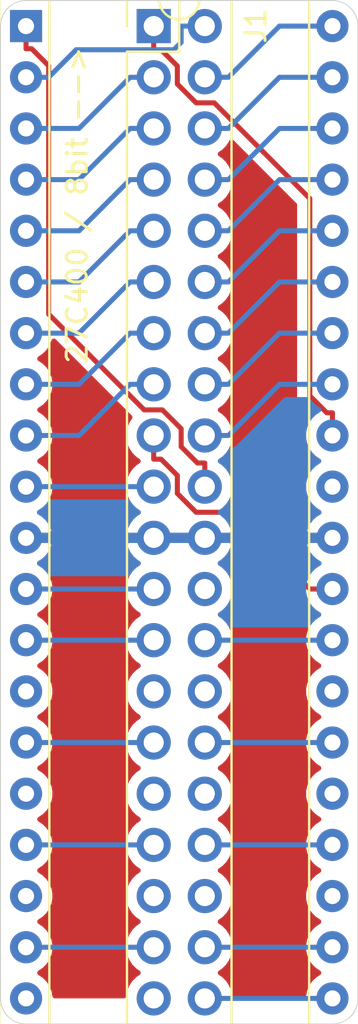
<source format=kicad_pcb>
(kicad_pcb (version 20171130) (host pcbnew 5.1.8-1.fc33)

  (general
    (thickness 1.6)
    (drawings 8)
    (tracks 95)
    (zones 0)
    (modules 2)
    (nets 32)
  )

  (page A4)
  (layers
    (0 F.Cu signal hide)
    (31 B.Cu signal hide)
    (32 B.Adhes user)
    (33 F.Adhes user)
    (34 B.Paste user)
    (35 F.Paste user)
    (36 B.SilkS user)
    (37 F.SilkS user)
    (38 B.Mask user)
    (39 F.Mask user)
    (40 Dwgs.User user)
    (41 Cmts.User user)
    (42 Eco1.User user)
    (43 Eco2.User user)
    (44 Edge.Cuts user)
    (45 Margin user)
    (46 B.CrtYd user)
    (47 F.CrtYd user)
    (48 B.Fab user)
    (49 F.Fab user)
  )

  (setup
    (last_trace_width 0.25)
    (trace_clearance 0.2)
    (zone_clearance 0.508)
    (zone_45_only no)
    (trace_min 0.2)
    (via_size 0.8)
    (via_drill 0.4)
    (via_min_size 0.4)
    (via_min_drill 0.3)
    (uvia_size 0.3)
    (uvia_drill 0.1)
    (uvias_allowed no)
    (uvia_min_size 0.2)
    (uvia_min_drill 0.1)
    (edge_width 0.05)
    (segment_width 0.2)
    (pcb_text_width 0.3)
    (pcb_text_size 1.5 1.5)
    (mod_edge_width 0.12)
    (mod_text_size 1 1)
    (mod_text_width 0.15)
    (pad_size 1.524 1.524)
    (pad_drill 0.762)
    (pad_to_mask_clearance 0)
    (aux_axis_origin 0 0)
    (visible_elements FFFFFF7F)
    (pcbplotparams
      (layerselection 0x010fc_ffffffff)
      (usegerberextensions false)
      (usegerberattributes true)
      (usegerberadvancedattributes true)
      (creategerberjobfile true)
      (excludeedgelayer true)
      (linewidth 0.100000)
      (plotframeref false)
      (viasonmask false)
      (mode 1)
      (useauxorigin false)
      (hpglpennumber 1)
      (hpglpenspeed 20)
      (hpglpendiameter 15.000000)
      (psnegative false)
      (psa4output false)
      (plotreference true)
      (plotvalue true)
      (plotinvisibletext false)
      (padsonsilk false)
      (subtractmaskfromsilk false)
      (outputformat 1)
      (mirror false)
      (drillshape 1)
      (scaleselection 1)
      (outputdirectory ""))
  )

  (net 0 "")
  (net 1 /D3)
  (net 2 GND)
  (net 3 /D4)
  (net 4 /D2)
  (net 5 /D5)
  (net 6 /D1)
  (net 7 /D6)
  (net 8 /D0)
  (net 9 /D7)
  (net 10 /A0)
  (net 11 /~CE)
  (net 12 /A1)
  (net 13 /A10)
  (net 14 /A2)
  (net 15 /~OE)
  (net 16 /A3)
  (net 17 /A11)
  (net 18 /A4)
  (net 19 /A9)
  (net 20 /A5)
  (net 21 /A8)
  (net 22 /A6)
  (net 23 /A13)
  (net 24 /A7)
  (net 25 /A14)
  (net 26 /A12)
  (net 27 /A15)
  (net 28 /EXT_VCC)
  (net 29 /A16)
  (net 30 /A17)
  (net 31 /A18)

  (net_class Default "This is the default net class."
    (clearance 0.2)
    (trace_width 0.25)
    (via_dia 0.8)
    (via_drill 0.4)
    (uvia_dia 0.3)
    (uvia_drill 0.1)
    (add_net /A0)
    (add_net /A1)
    (add_net /A10)
    (add_net /A11)
    (add_net /A12)
    (add_net /A13)
    (add_net /A14)
    (add_net /A15)
    (add_net /A16)
    (add_net /A17)
    (add_net /A18)
    (add_net /A2)
    (add_net /A3)
    (add_net /A4)
    (add_net /A5)
    (add_net /A6)
    (add_net /A7)
    (add_net /A8)
    (add_net /A9)
    (add_net /D0)
    (add_net /D1)
    (add_net /D2)
    (add_net /D3)
    (add_net /D4)
    (add_net /D5)
    (add_net /D6)
    (add_net /D7)
    (add_net /EXT_VCC)
    (add_net /~CE)
    (add_net /~OE)
  )

  (net_class POWER ""
    (clearance 0.2)
    (trace_width 0.45)
    (via_dia 0.8)
    (via_drill 0.4)
    (uvia_dia 0.3)
    (uvia_drill 0.1)
    (add_net GND)
  )

  (module Package_DIP:DIP-40_W15.24mm_Socket (layer F.Cu) (tedit 5A02E8C5) (tstamp 5FB94C7B)
    (at 142.24 69.85)
    (descr "40-lead though-hole mounted DIP package, row spacing 15.24 mm (600 mils), Socket")
    (tags "THT DIP DIL PDIP 2.54mm 15.24mm 600mil Socket")
    (path /5FB99B61)
    (fp_text reference "27C400 / 8bit -->" (at 2.54 8.89 90) (layer F.SilkS)
      (effects (font (size 1 1) (thickness 0.15)))
    )
    (fp_text value 27C400 (at 7.62 50.59) (layer F.Fab)
      (effects (font (size 1 1) (thickness 0.15)))
    )
    (fp_line (start 16.8 -1.6) (end -1.55 -1.6) (layer F.CrtYd) (width 0.05))
    (fp_line (start 16.8 49.85) (end 16.8 -1.6) (layer F.CrtYd) (width 0.05))
    (fp_line (start -1.55 49.85) (end 16.8 49.85) (layer F.CrtYd) (width 0.05))
    (fp_line (start -1.55 -1.6) (end -1.55 49.85) (layer F.CrtYd) (width 0.05))
    (fp_line (start 16.57 -1.39) (end -1.33 -1.39) (layer F.SilkS) (width 0.12))
    (fp_line (start 16.57 49.65) (end 16.57 -1.39) (layer F.SilkS) (width 0.12))
    (fp_line (start -1.33 49.65) (end 16.57 49.65) (layer F.SilkS) (width 0.12))
    (fp_line (start -1.33 -1.39) (end -1.33 49.65) (layer F.SilkS) (width 0.12))
    (fp_line (start 14.08 -1.33) (end 8.62 -1.33) (layer F.SilkS) (width 0.12))
    (fp_line (start 14.08 49.59) (end 14.08 -1.33) (layer F.SilkS) (width 0.12))
    (fp_line (start 1.16 49.59) (end 14.08 49.59) (layer F.SilkS) (width 0.12))
    (fp_line (start 1.16 -1.33) (end 1.16 49.59) (layer F.SilkS) (width 0.12))
    (fp_line (start 6.62 -1.33) (end 1.16 -1.33) (layer F.SilkS) (width 0.12))
    (fp_line (start 16.51 -1.33) (end -1.27 -1.33) (layer F.Fab) (width 0.1))
    (fp_line (start 16.51 49.59) (end 16.51 -1.33) (layer F.Fab) (width 0.1))
    (fp_line (start -1.27 49.59) (end 16.51 49.59) (layer F.Fab) (width 0.1))
    (fp_line (start -1.27 -1.33) (end -1.27 49.59) (layer F.Fab) (width 0.1))
    (fp_line (start 0.255 -0.27) (end 1.255 -1.27) (layer F.Fab) (width 0.1))
    (fp_line (start 0.255 49.53) (end 0.255 -0.27) (layer F.Fab) (width 0.1))
    (fp_line (start 14.985 49.53) (end 0.255 49.53) (layer F.Fab) (width 0.1))
    (fp_line (start 14.985 -1.27) (end 14.985 49.53) (layer F.Fab) (width 0.1))
    (fp_line (start 1.255 -1.27) (end 14.985 -1.27) (layer F.Fab) (width 0.1))
    (fp_text user %R (at 7.62 24.13) (layer F.Fab)
      (effects (font (size 1 1) (thickness 0.15)))
    )
    (fp_arc (start 7.62 -1.33) (end 6.62 -1.33) (angle -180) (layer F.SilkS) (width 0.12))
    (pad 40 thru_hole oval (at 15.24 0) (size 1.6 1.6) (drill 0.8) (layers *.Cu *.Mask)
      (net 19 /A9))
    (pad 20 thru_hole oval (at 0 48.26) (size 1.6 1.6) (drill 0.8) (layers *.Cu *.Mask))
    (pad 39 thru_hole oval (at 15.24 2.54) (size 1.6 1.6) (drill 0.8) (layers *.Cu *.Mask)
      (net 13 /A10))
    (pad 19 thru_hole oval (at 0 45.72) (size 1.6 1.6) (drill 0.8) (layers *.Cu *.Mask)
      (net 1 /D3))
    (pad 38 thru_hole oval (at 15.24 5.08) (size 1.6 1.6) (drill 0.8) (layers *.Cu *.Mask)
      (net 17 /A11))
    (pad 18 thru_hole oval (at 0 43.18) (size 1.6 1.6) (drill 0.8) (layers *.Cu *.Mask))
    (pad 37 thru_hole oval (at 15.24 7.62) (size 1.6 1.6) (drill 0.8) (layers *.Cu *.Mask)
      (net 26 /A12))
    (pad 17 thru_hole oval (at 0 40.64) (size 1.6 1.6) (drill 0.8) (layers *.Cu *.Mask)
      (net 4 /D2))
    (pad 36 thru_hole oval (at 15.24 10.16) (size 1.6 1.6) (drill 0.8) (layers *.Cu *.Mask)
      (net 23 /A13))
    (pad 16 thru_hole oval (at 0 38.1) (size 1.6 1.6) (drill 0.8) (layers *.Cu *.Mask))
    (pad 35 thru_hole oval (at 15.24 12.7) (size 1.6 1.6) (drill 0.8) (layers *.Cu *.Mask)
      (net 25 /A14))
    (pad 15 thru_hole oval (at 0 35.56) (size 1.6 1.6) (drill 0.8) (layers *.Cu *.Mask)
      (net 6 /D1))
    (pad 34 thru_hole oval (at 15.24 15.24) (size 1.6 1.6) (drill 0.8) (layers *.Cu *.Mask)
      (net 27 /A15))
    (pad 14 thru_hole oval (at 0 33.02) (size 1.6 1.6) (drill 0.8) (layers *.Cu *.Mask))
    (pad 33 thru_hole oval (at 15.24 17.78) (size 1.6 1.6) (drill 0.8) (layers *.Cu *.Mask)
      (net 29 /A16))
    (pad 13 thru_hole oval (at 0 30.48) (size 1.6 1.6) (drill 0.8) (layers *.Cu *.Mask)
      (net 8 /D0))
    (pad 32 thru_hole oval (at 15.24 20.32) (size 1.6 1.6) (drill 0.8) (layers *.Cu *.Mask)
      (net 30 /A17))
    (pad 12 thru_hole oval (at 0 27.94) (size 1.6 1.6) (drill 0.8) (layers *.Cu *.Mask)
      (net 15 /~OE))
    (pad 31 thru_hole oval (at 15.24 22.86) (size 1.6 1.6) (drill 0.8) (layers *.Cu *.Mask))
    (pad 11 thru_hole oval (at 0 25.4) (size 1.6 1.6) (drill 0.8) (layers *.Cu *.Mask)
      (net 2 GND))
    (pad 30 thru_hole oval (at 15.24 25.4) (size 1.6 1.6) (drill 0.8) (layers *.Cu *.Mask)
      (net 2 GND))
    (pad 10 thru_hole oval (at 0 22.86) (size 1.6 1.6) (drill 0.8) (layers *.Cu *.Mask)
      (net 11 /~CE))
    (pad 29 thru_hole oval (at 15.24 27.94) (size 1.6 1.6) (drill 0.8) (layers *.Cu *.Mask)
      (net 10 /A0))
    (pad 9 thru_hole oval (at 0 20.32) (size 1.6 1.6) (drill 0.8) (layers *.Cu *.Mask)
      (net 12 /A1))
    (pad 28 thru_hole oval (at 15.24 30.48) (size 1.6 1.6) (drill 0.8) (layers *.Cu *.Mask)
      (net 9 /D7))
    (pad 8 thru_hole oval (at 0 17.78) (size 1.6 1.6) (drill 0.8) (layers *.Cu *.Mask)
      (net 14 /A2))
    (pad 27 thru_hole oval (at 15.24 33.02) (size 1.6 1.6) (drill 0.8) (layers *.Cu *.Mask))
    (pad 7 thru_hole oval (at 0 15.24) (size 1.6 1.6) (drill 0.8) (layers *.Cu *.Mask)
      (net 16 /A3))
    (pad 26 thru_hole oval (at 15.24 35.56) (size 1.6 1.6) (drill 0.8) (layers *.Cu *.Mask)
      (net 7 /D6))
    (pad 6 thru_hole oval (at 0 12.7) (size 1.6 1.6) (drill 0.8) (layers *.Cu *.Mask)
      (net 18 /A4))
    (pad 25 thru_hole oval (at 15.24 38.1) (size 1.6 1.6) (drill 0.8) (layers *.Cu *.Mask))
    (pad 5 thru_hole oval (at 0 10.16) (size 1.6 1.6) (drill 0.8) (layers *.Cu *.Mask)
      (net 20 /A5))
    (pad 24 thru_hole oval (at 15.24 40.64) (size 1.6 1.6) (drill 0.8) (layers *.Cu *.Mask)
      (net 5 /D5))
    (pad 4 thru_hole oval (at 0 7.62) (size 1.6 1.6) (drill 0.8) (layers *.Cu *.Mask)
      (net 22 /A6))
    (pad 23 thru_hole oval (at 15.24 43.18) (size 1.6 1.6) (drill 0.8) (layers *.Cu *.Mask))
    (pad 3 thru_hole oval (at 0 5.08) (size 1.6 1.6) (drill 0.8) (layers *.Cu *.Mask)
      (net 24 /A7))
    (pad 22 thru_hole oval (at 15.24 45.72) (size 1.6 1.6) (drill 0.8) (layers *.Cu *.Mask)
      (net 3 /D4))
    (pad 2 thru_hole oval (at 0 2.54) (size 1.6 1.6) (drill 0.8) (layers *.Cu *.Mask)
      (net 21 /A8))
    (pad 21 thru_hole oval (at 15.24 48.26) (size 1.6 1.6) (drill 0.8) (layers *.Cu *.Mask)
      (net 28 /EXT_VCC))
    (pad 1 thru_hole rect (at 0 0) (size 1.6 1.6) (drill 0.8) (layers *.Cu *.Mask)
      (net 31 /A18))
    (model ${KISYS3DMOD}/Package_DIP.3dshapes/DIP-40_W15.24mm_Socket.wrl
      (at (xyz 0 0 0))
      (scale (xyz 1 1 1))
      (rotate (xyz 0 0 0))
    )
  )

  (module Connector_PinHeader_2.54mm:PinHeader_2x20_P2.54mm_Vertical (layer F.Cu) (tedit 59FED5CC) (tstamp 5FB94C37)
    (at 148.59 69.85)
    (descr "Through hole straight pin header, 2x20, 2.54mm pitch, double rows")
    (tags "Through hole pin header THT 2x20 2.54mm double row")
    (path /5FB9CB9B)
    (fp_text reference J1 (at 5.08 0 -90) (layer F.SilkS)
      (effects (font (size 1 1) (thickness 0.15)))
    )
    (fp_text value Adapter (at 1.27 50.59) (layer F.Fab)
      (effects (font (size 1 1) (thickness 0.15)))
    )
    (fp_line (start 4.35 -1.8) (end -1.8 -1.8) (layer F.CrtYd) (width 0.05))
    (fp_line (start 4.35 50.05) (end 4.35 -1.8) (layer F.CrtYd) (width 0.05))
    (fp_line (start -1.8 50.05) (end 4.35 50.05) (layer F.CrtYd) (width 0.05))
    (fp_line (start -1.8 -1.8) (end -1.8 50.05) (layer F.CrtYd) (width 0.05))
    (fp_line (start -1.33 -1.33) (end 0 -1.33) (layer F.SilkS) (width 0.12))
    (fp_line (start -1.33 0) (end -1.33 -1.33) (layer F.SilkS) (width 0.12))
    (fp_line (start 1.27 -1.33) (end 3.87 -1.33) (layer F.SilkS) (width 0.12))
    (fp_line (start 1.27 1.27) (end 1.27 -1.33) (layer F.SilkS) (width 0.12))
    (fp_line (start -1.33 1.27) (end 1.27 1.27) (layer F.SilkS) (width 0.12))
    (fp_line (start 3.87 -1.33) (end 3.87 49.59) (layer F.SilkS) (width 0.12))
    (fp_line (start -1.33 1.27) (end -1.33 49.59) (layer F.SilkS) (width 0.12))
    (fp_line (start -1.33 49.59) (end 3.87 49.59) (layer F.SilkS) (width 0.12))
    (fp_line (start -1.27 0) (end 0 -1.27) (layer F.Fab) (width 0.1))
    (fp_line (start -1.27 49.53) (end -1.27 0) (layer F.Fab) (width 0.1))
    (fp_line (start 3.81 49.53) (end -1.27 49.53) (layer F.Fab) (width 0.1))
    (fp_line (start 3.81 -1.27) (end 3.81 49.53) (layer F.Fab) (width 0.1))
    (fp_line (start 0 -1.27) (end 3.81 -1.27) (layer F.Fab) (width 0.1))
    (fp_text user %R (at 1.27 24.13 90) (layer F.Fab)
      (effects (font (size 1 1) (thickness 0.15)))
    )
    (pad 40 thru_hole oval (at 2.54 48.26) (size 1.7 1.7) (drill 1) (layers *.Cu *.Mask)
      (net 28 /EXT_VCC))
    (pad 39 thru_hole oval (at 0 48.26) (size 1.7 1.7) (drill 1) (layers *.Cu *.Mask))
    (pad 38 thru_hole oval (at 2.54 45.72) (size 1.7 1.7) (drill 1) (layers *.Cu *.Mask)
      (net 3 /D4))
    (pad 37 thru_hole oval (at 0 45.72) (size 1.7 1.7) (drill 1) (layers *.Cu *.Mask)
      (net 1 /D3))
    (pad 36 thru_hole oval (at 2.54 43.18) (size 1.7 1.7) (drill 1) (layers *.Cu *.Mask))
    (pad 35 thru_hole oval (at 0 43.18) (size 1.7 1.7) (drill 1) (layers *.Cu *.Mask))
    (pad 34 thru_hole oval (at 2.54 40.64) (size 1.7 1.7) (drill 1) (layers *.Cu *.Mask)
      (net 5 /D5))
    (pad 33 thru_hole oval (at 0 40.64) (size 1.7 1.7) (drill 1) (layers *.Cu *.Mask)
      (net 4 /D2))
    (pad 32 thru_hole oval (at 2.54 38.1) (size 1.7 1.7) (drill 1) (layers *.Cu *.Mask))
    (pad 31 thru_hole oval (at 0 38.1) (size 1.7 1.7) (drill 1) (layers *.Cu *.Mask))
    (pad 30 thru_hole oval (at 2.54 35.56) (size 1.7 1.7) (drill 1) (layers *.Cu *.Mask)
      (net 7 /D6))
    (pad 29 thru_hole oval (at 0 35.56) (size 1.7 1.7) (drill 1) (layers *.Cu *.Mask)
      (net 6 /D1))
    (pad 28 thru_hole oval (at 2.54 33.02) (size 1.7 1.7) (drill 1) (layers *.Cu *.Mask))
    (pad 27 thru_hole oval (at 0 33.02) (size 1.7 1.7) (drill 1) (layers *.Cu *.Mask))
    (pad 26 thru_hole oval (at 2.54 30.48) (size 1.7 1.7) (drill 1) (layers *.Cu *.Mask)
      (net 9 /D7))
    (pad 25 thru_hole oval (at 0 30.48) (size 1.7 1.7) (drill 1) (layers *.Cu *.Mask)
      (net 8 /D0))
    (pad 24 thru_hole oval (at 2.54 27.94) (size 1.7 1.7) (drill 1) (layers *.Cu *.Mask))
    (pad 23 thru_hole oval (at 0 27.94) (size 1.7 1.7) (drill 1) (layers *.Cu *.Mask)
      (net 15 /~OE))
    (pad 22 thru_hole oval (at 2.54 25.4) (size 1.7 1.7) (drill 1) (layers *.Cu *.Mask)
      (net 2 GND))
    (pad 21 thru_hole oval (at 0 25.4) (size 1.7 1.7) (drill 1) (layers *.Cu *.Mask)
      (net 2 GND))
    (pad 20 thru_hole oval (at 2.54 22.86) (size 1.7 1.7) (drill 1) (layers *.Cu *.Mask)
      (net 31 /A18))
    (pad 19 thru_hole oval (at 0 22.86) (size 1.7 1.7) (drill 1) (layers *.Cu *.Mask)
      (net 11 /~CE))
    (pad 18 thru_hole oval (at 2.54 20.32) (size 1.7 1.7) (drill 1) (layers *.Cu *.Mask)
      (net 29 /A16))
    (pad 17 thru_hole oval (at 0 20.32) (size 1.7 1.7) (drill 1) (layers *.Cu *.Mask)
      (net 10 /A0))
    (pad 16 thru_hole oval (at 2.54 17.78) (size 1.7 1.7) (drill 1) (layers *.Cu *.Mask)
      (net 27 /A15))
    (pad 15 thru_hole oval (at 0 17.78) (size 1.7 1.7) (drill 1) (layers *.Cu *.Mask)
      (net 12 /A1))
    (pad 14 thru_hole oval (at 2.54 15.24) (size 1.7 1.7) (drill 1) (layers *.Cu *.Mask)
      (net 25 /A14))
    (pad 13 thru_hole oval (at 0 15.24) (size 1.7 1.7) (drill 1) (layers *.Cu *.Mask)
      (net 14 /A2))
    (pad 12 thru_hole oval (at 2.54 12.7) (size 1.7 1.7) (drill 1) (layers *.Cu *.Mask)
      (net 23 /A13))
    (pad 11 thru_hole oval (at 0 12.7) (size 1.7 1.7) (drill 1) (layers *.Cu *.Mask)
      (net 16 /A3))
    (pad 10 thru_hole oval (at 2.54 10.16) (size 1.7 1.7) (drill 1) (layers *.Cu *.Mask)
      (net 26 /A12))
    (pad 9 thru_hole oval (at 0 10.16) (size 1.7 1.7) (drill 1) (layers *.Cu *.Mask)
      (net 18 /A4))
    (pad 8 thru_hole oval (at 2.54 7.62) (size 1.7 1.7) (drill 1) (layers *.Cu *.Mask)
      (net 17 /A11))
    (pad 7 thru_hole oval (at 0 7.62) (size 1.7 1.7) (drill 1) (layers *.Cu *.Mask)
      (net 20 /A5))
    (pad 6 thru_hole oval (at 2.54 5.08) (size 1.7 1.7) (drill 1) (layers *.Cu *.Mask)
      (net 13 /A10))
    (pad 5 thru_hole oval (at 0 5.08) (size 1.7 1.7) (drill 1) (layers *.Cu *.Mask)
      (net 22 /A6))
    (pad 4 thru_hole oval (at 2.54 2.54) (size 1.7 1.7) (drill 1) (layers *.Cu *.Mask)
      (net 19 /A9))
    (pad 3 thru_hole oval (at 0 2.54) (size 1.7 1.7) (drill 1) (layers *.Cu *.Mask)
      (net 24 /A7))
    (pad 2 thru_hole oval (at 2.54 0) (size 1.7 1.7) (drill 1) (layers *.Cu *.Mask)
      (net 21 /A8))
    (pad 1 thru_hole rect (at 0 0) (size 1.7 1.7) (drill 1) (layers *.Cu *.Mask)
      (net 30 /A17))
    (model ${KISYS3DMOD}/Connector_PinHeader_2.54mm.3dshapes/PinHeader_2x20_P2.54mm_Vertical.wrl
      (at (xyz 0 0 0))
      (scale (xyz 1 1 1))
      (rotate (xyz 0 0 0))
    )
  )

  (gr_line (start 142.24 119.38) (end 157.48 119.38) (layer Edge.Cuts) (width 0.05) (tstamp 5FB63A42))
  (gr_line (start 158.75 69.85) (end 158.75 118.11) (layer Edge.Cuts) (width 0.05) (tstamp 5FB63A41))
  (gr_line (start 157.48 68.58) (end 142.24 68.58) (layer Edge.Cuts) (width 0.05) (tstamp 5FB63A40))
  (gr_line (start 140.97 118.11) (end 140.97 69.85) (layer Edge.Cuts) (width 0.05) (tstamp 5FB63A3F))
  (gr_arc (start 157.48 118.11) (end 157.48 119.38) (angle -90) (layer Edge.Cuts) (width 0.05))
  (gr_arc (start 142.24 118.11) (end 140.97 118.11) (angle -90) (layer Edge.Cuts) (width 0.05))
  (gr_arc (start 157.48 69.85) (end 158.75 69.85) (angle -90) (layer Edge.Cuts) (width 0.05))
  (gr_arc (start 142.24 69.85) (end 142.24 68.58) (angle -90) (layer Edge.Cuts) (width 0.05))

  (segment (start 148.59 115.57) (end 142.24 115.57) (width 0.25) (layer B.Cu) (net 1))
  (segment (start 157.48 95.25) (end 151.13 95.25) (width 0.45) (layer B.Cu) (net 2))
  (segment (start 148.59 95.25) (end 142.24 95.25) (width 0.45) (layer B.Cu) (net 2))
  (segment (start 151.13 95.25) (end 148.59 95.25) (width 0.45) (layer B.Cu) (net 2))
  (segment (start 151.13 115.57) (end 157.48 115.57) (width 0.25) (layer B.Cu) (net 3))
  (segment (start 148.59 110.49) (end 142.24 110.49) (width 0.25) (layer B.Cu) (net 4))
  (segment (start 151.13 110.49) (end 157.48 110.49) (width 0.25) (layer B.Cu) (net 5))
  (segment (start 148.59 105.41) (end 142.24 105.41) (width 0.25) (layer B.Cu) (net 6))
  (segment (start 151.13 105.41) (end 157.48 105.41) (width 0.25) (layer B.Cu) (net 7))
  (segment (start 148.59 100.33) (end 142.24 100.33) (width 0.25) (layer B.Cu) (net 8))
  (segment (start 151.13 100.33) (end 157.48 100.33) (width 0.25) (layer B.Cu) (net 9))
  (segment (start 157.48 97.79) (end 156.3547 97.79) (width 0.25) (layer F.Cu) (net 10))
  (segment (start 148.59 90.17) (end 148.59 91.3453) (width 0.25) (layer F.Cu) (net 10))
  (segment (start 148.59 91.3453) (end 148.9574 91.3453) (width 0.25) (layer F.Cu) (net 10))
  (segment (start 148.9574 91.3453) (end 149.7653 92.1532) (width 0.25) (layer F.Cu) (net 10))
  (segment (start 149.7653 92.1532) (end 149.7653 93.0463) (width 0.25) (layer F.Cu) (net 10))
  (segment (start 149.7653 93.0463) (end 150.699 93.98) (width 0.25) (layer F.Cu) (net 10))
  (segment (start 150.699 93.98) (end 152.5447 93.98) (width 0.25) (layer F.Cu) (net 10))
  (segment (start 152.5447 93.98) (end 156.3547 97.79) (width 0.25) (layer F.Cu) (net 10))
  (segment (start 148.59 92.71) (end 142.24 92.71) (width 0.25) (layer B.Cu) (net 11))
  (segment (start 148.59 87.63) (end 147.4147 87.63) (width 0.25) (layer B.Cu) (net 12))
  (segment (start 147.4147 87.63) (end 144.8747 90.17) (width 0.25) (layer B.Cu) (net 12))
  (segment (start 144.8747 90.17) (end 142.24 90.17) (width 0.25) (layer B.Cu) (net 12))
  (segment (start 151.13 74.93) (end 152.3053 74.93) (width 0.25) (layer B.Cu) (net 13))
  (segment (start 152.3053 74.93) (end 154.8453 72.39) (width 0.25) (layer B.Cu) (net 13))
  (segment (start 154.8453 72.39) (end 157.48 72.39) (width 0.25) (layer B.Cu) (net 13))
  (segment (start 148.59 85.09) (end 147.4147 85.09) (width 0.25) (layer B.Cu) (net 14))
  (segment (start 147.4147 85.09) (end 144.8747 87.63) (width 0.25) (layer B.Cu) (net 14))
  (segment (start 144.8747 87.63) (end 142.24 87.63) (width 0.25) (layer B.Cu) (net 14))
  (segment (start 148.59 97.79) (end 142.24 97.79) (width 0.25) (layer B.Cu) (net 15))
  (segment (start 148.59 82.55) (end 147.4147 82.55) (width 0.25) (layer B.Cu) (net 16))
  (segment (start 147.4147 82.55) (end 144.8747 85.09) (width 0.25) (layer B.Cu) (net 16))
  (segment (start 144.8747 85.09) (end 142.24 85.09) (width 0.25) (layer B.Cu) (net 16))
  (segment (start 151.13 77.47) (end 152.3053 77.47) (width 0.25) (layer B.Cu) (net 17))
  (segment (start 152.3053 77.47) (end 154.8453 74.93) (width 0.25) (layer B.Cu) (net 17))
  (segment (start 154.8453 74.93) (end 157.48 74.93) (width 0.25) (layer B.Cu) (net 17))
  (segment (start 148.59 80.01) (end 147.4147 80.01) (width 0.25) (layer B.Cu) (net 18))
  (segment (start 147.4147 80.01) (end 144.8747 82.55) (width 0.25) (layer B.Cu) (net 18))
  (segment (start 144.8747 82.55) (end 142.24 82.55) (width 0.25) (layer B.Cu) (net 18))
  (segment (start 151.13 72.39) (end 152.3053 72.39) (width 0.25) (layer B.Cu) (net 19))
  (segment (start 152.3053 72.39) (end 154.8453 69.85) (width 0.25) (layer B.Cu) (net 19))
  (segment (start 154.8453 69.85) (end 157.48 69.85) (width 0.25) (layer B.Cu) (net 19))
  (segment (start 148.59 77.47) (end 147.4147 77.47) (width 0.25) (layer B.Cu) (net 20))
  (segment (start 147.4147 77.47) (end 144.8747 80.01) (width 0.25) (layer B.Cu) (net 20))
  (segment (start 144.8747 80.01) (end 142.24 80.01) (width 0.25) (layer B.Cu) (net 20))
  (segment (start 151.13 69.85) (end 149.9547 69.85) (width 0.25) (layer B.Cu) (net 21))
  (segment (start 142.24 72.39) (end 143.3653 72.39) (width 0.25) (layer B.Cu) (net 21))
  (segment (start 143.3653 72.39) (end 144.73 71.0253) (width 0.25) (layer B.Cu) (net 21))
  (segment (start 144.73 71.0253) (end 149.5875 71.0253) (width 0.25) (layer B.Cu) (net 21))
  (segment (start 149.5875 71.0253) (end 149.9547 70.6581) (width 0.25) (layer B.Cu) (net 21))
  (segment (start 149.9547 70.6581) (end 149.9547 69.85) (width 0.25) (layer B.Cu) (net 21))
  (segment (start 148.59 74.93) (end 147.4147 74.93) (width 0.25) (layer B.Cu) (net 22))
  (segment (start 147.4147 74.93) (end 144.8747 77.47) (width 0.25) (layer B.Cu) (net 22))
  (segment (start 144.8747 77.47) (end 142.24 77.47) (width 0.25) (layer B.Cu) (net 22))
  (segment (start 151.13 82.55) (end 152.3053 82.55) (width 0.25) (layer B.Cu) (net 23))
  (segment (start 152.3053 82.55) (end 154.8453 80.01) (width 0.25) (layer B.Cu) (net 23))
  (segment (start 154.8453 80.01) (end 157.48 80.01) (width 0.25) (layer B.Cu) (net 23))
  (segment (start 148.59 72.39) (end 147.4147 72.39) (width 0.25) (layer B.Cu) (net 24))
  (segment (start 147.4147 72.39) (end 144.8747 74.93) (width 0.25) (layer B.Cu) (net 24))
  (segment (start 144.8747 74.93) (end 142.24 74.93) (width 0.25) (layer B.Cu) (net 24))
  (segment (start 151.13 85.09) (end 152.3053 85.09) (width 0.25) (layer B.Cu) (net 25))
  (segment (start 152.3053 85.09) (end 154.8453 82.55) (width 0.25) (layer B.Cu) (net 25))
  (segment (start 154.8453 82.55) (end 157.48 82.55) (width 0.25) (layer B.Cu) (net 25))
  (segment (start 151.13 80.01) (end 152.3053 80.01) (width 0.25) (layer B.Cu) (net 26))
  (segment (start 152.3053 80.01) (end 154.8453 77.47) (width 0.25) (layer B.Cu) (net 26))
  (segment (start 154.8453 77.47) (end 157.48 77.47) (width 0.25) (layer B.Cu) (net 26))
  (segment (start 151.13 87.63) (end 152.3053 87.63) (width 0.25) (layer B.Cu) (net 27))
  (segment (start 152.3053 87.63) (end 154.8453 85.09) (width 0.25) (layer B.Cu) (net 27))
  (segment (start 154.8453 85.09) (end 157.48 85.09) (width 0.25) (layer B.Cu) (net 27))
  (segment (start 151.13 118.11) (end 157.48 118.11) (width 0.25) (layer B.Cu) (net 28))
  (segment (start 151.13 90.17) (end 152.3053 90.17) (width 0.25) (layer B.Cu) (net 29))
  (segment (start 152.3053 90.17) (end 154.8453 87.63) (width 0.25) (layer B.Cu) (net 29))
  (segment (start 154.8453 87.63) (end 157.48 87.63) (width 0.25) (layer B.Cu) (net 29))
  (segment (start 157.48 90.17) (end 157.48 89.0447) (width 0.25) (layer F.Cu) (net 30))
  (segment (start 148.59 69.85) (end 148.59 71.0253) (width 0.25) (layer F.Cu) (net 30))
  (segment (start 148.59 71.0253) (end 148.9574 71.0253) (width 0.25) (layer F.Cu) (net 30))
  (segment (start 148.9574 71.0253) (end 149.7653 71.8332) (width 0.25) (layer F.Cu) (net 30))
  (segment (start 149.7653 71.8332) (end 149.7653 72.7263) (width 0.25) (layer F.Cu) (net 30))
  (segment (start 149.7653 72.7263) (end 150.699 73.66) (width 0.25) (layer F.Cu) (net 30))
  (segment (start 150.699 73.66) (end 151.6026 73.66) (width 0.25) (layer F.Cu) (net 30))
  (segment (start 151.6026 73.66) (end 156.3547 78.4121) (width 0.25) (layer F.Cu) (net 30))
  (segment (start 156.3547 78.4121) (end 156.3547 88.2008) (width 0.25) (layer F.Cu) (net 30))
  (segment (start 156.3547 88.2008) (end 157.1986 89.0447) (width 0.25) (layer F.Cu) (net 30))
  (segment (start 157.1986 89.0447) (end 157.48 89.0447) (width 0.25) (layer F.Cu) (net 30))
  (segment (start 142.24 69.85) (end 142.24 70.9753) (width 0.25) (layer F.Cu) (net 31))
  (segment (start 151.13 92.71) (end 151.13 91.5347) (width 0.25) (layer F.Cu) (net 31))
  (segment (start 151.13 91.5347) (end 150.7626 91.5347) (width 0.25) (layer F.Cu) (net 31))
  (segment (start 150.7626 91.5347) (end 149.9547 90.7268) (width 0.25) (layer F.Cu) (net 31))
  (segment (start 149.9547 90.7268) (end 149.9547 89.8337) (width 0.25) (layer F.Cu) (net 31))
  (segment (start 149.9547 89.8337) (end 149.021 88.9) (width 0.25) (layer F.Cu) (net 31))
  (segment (start 149.021 88.9) (end 148.1174 88.9) (width 0.25) (layer F.Cu) (net 31))
  (segment (start 148.1174 88.9) (end 143.3653 84.1479) (width 0.25) (layer F.Cu) (net 31))
  (segment (start 143.3653 84.1479) (end 143.3653 71.8192) (width 0.25) (layer F.Cu) (net 31))
  (segment (start 143.3653 71.8192) (end 142.5214 70.9753) (width 0.25) (layer F.Cu) (net 31))
  (segment (start 142.5214 70.9753) (end 142.24 70.9753) (width 0.25) (layer F.Cu) (net 31))

  (zone (net 2) (net_name GND) (layer B.Cu) (tstamp 0) (hatch edge 0.508)
    (connect_pads (clearance 0.508))
    (min_thickness 0.254)
    (fill yes (arc_segments 32) (thermal_gap 0.508) (thermal_bridge_width 0.508))
    (polygon
      (pts
        (xy 157.48 118.11) (xy 142.24 118.11) (xy 142.24 69.85) (xy 157.48 69.85)
      )
    )
    (filled_polygon
      (pts
        (xy 156.365363 88.544759) (xy 156.565241 88.744637) (xy 156.797759 88.9) (xy 156.565241 89.055363) (xy 156.365363 89.255241)
        (xy 156.20832 89.490273) (xy 156.100147 89.751426) (xy 156.045 90.028665) (xy 156.045 90.311335) (xy 156.100147 90.588574)
        (xy 156.20832 90.849727) (xy 156.365363 91.084759) (xy 156.565241 91.284637) (xy 156.797759 91.44) (xy 156.565241 91.595363)
        (xy 156.365363 91.795241) (xy 156.20832 92.030273) (xy 156.100147 92.291426) (xy 156.045 92.568665) (xy 156.045 92.851335)
        (xy 156.100147 93.128574) (xy 156.20832 93.389727) (xy 156.365363 93.624759) (xy 156.565241 93.824637) (xy 156.800273 93.98168)
        (xy 156.810865 93.986067) (xy 156.624869 94.097615) (xy 156.416481 94.286586) (xy 156.248963 94.51258) (xy 156.128754 94.766913)
        (xy 156.088096 94.900961) (xy 156.210085 95.123) (xy 157.353 95.123) (xy 157.353 95.377) (xy 156.210085 95.377)
        (xy 156.088096 95.599039) (xy 156.128754 95.733087) (xy 156.248963 95.98742) (xy 156.416481 96.213414) (xy 156.624869 96.402385)
        (xy 156.810865 96.513933) (xy 156.800273 96.51832) (xy 156.565241 96.675363) (xy 156.365363 96.875241) (xy 156.20832 97.110273)
        (xy 156.100147 97.371426) (xy 156.045 97.648665) (xy 156.045 97.931335) (xy 156.100147 98.208574) (xy 156.20832 98.469727)
        (xy 156.365363 98.704759) (xy 156.565241 98.904637) (xy 156.797759 99.06) (xy 156.565241 99.215363) (xy 156.365363 99.415241)
        (xy 156.261957 99.57) (xy 152.408178 99.57) (xy 152.283475 99.383368) (xy 152.076632 99.176525) (xy 151.90224 99.06)
        (xy 152.076632 98.943475) (xy 152.283475 98.736632) (xy 152.44599 98.493411) (xy 152.557932 98.223158) (xy 152.615 97.93626)
        (xy 152.615 97.64374) (xy 152.557932 97.356842) (xy 152.44599 97.086589) (xy 152.283475 96.843368) (xy 152.076632 96.636525)
        (xy 151.894466 96.514805) (xy 152.011355 96.445178) (xy 152.227588 96.250269) (xy 152.401641 96.01692) (xy 152.526825 95.754099)
        (xy 152.571476 95.60689) (xy 152.450155 95.377) (xy 151.257 95.377) (xy 151.257 95.397) (xy 151.003 95.397)
        (xy 151.003 95.377) (xy 148.717 95.377) (xy 148.717 95.397) (xy 148.463 95.397) (xy 148.463 95.377)
        (xy 147.269845 95.377) (xy 147.148524 95.60689) (xy 147.193175 95.754099) (xy 147.318359 96.01692) (xy 147.492412 96.250269)
        (xy 147.708645 96.445178) (xy 147.825534 96.514805) (xy 147.643368 96.636525) (xy 147.436525 96.843368) (xy 147.311822 97.03)
        (xy 143.458043 97.03) (xy 143.354637 96.875241) (xy 143.154759 96.675363) (xy 142.919727 96.51832) (xy 142.909135 96.513933)
        (xy 143.095131 96.402385) (xy 143.303519 96.213414) (xy 143.471037 95.98742) (xy 143.591246 95.733087) (xy 143.631904 95.599039)
        (xy 143.509915 95.377) (xy 142.367 95.377) (xy 142.367 95.123) (xy 143.509915 95.123) (xy 143.631904 94.900961)
        (xy 143.591246 94.766913) (xy 143.471037 94.51258) (xy 143.303519 94.286586) (xy 143.095131 94.097615) (xy 142.909135 93.986067)
        (xy 142.919727 93.98168) (xy 143.154759 93.824637) (xy 143.354637 93.624759) (xy 143.458043 93.47) (xy 147.311822 93.47)
        (xy 147.436525 93.656632) (xy 147.643368 93.863475) (xy 147.825534 93.985195) (xy 147.708645 94.054822) (xy 147.492412 94.249731)
        (xy 147.318359 94.48308) (xy 147.193175 94.745901) (xy 147.148524 94.89311) (xy 147.269845 95.123) (xy 148.463 95.123)
        (xy 148.463 95.103) (xy 148.717 95.103) (xy 148.717 95.123) (xy 151.003 95.123) (xy 151.003 95.103)
        (xy 151.257 95.103) (xy 151.257 95.123) (xy 152.450155 95.123) (xy 152.571476 94.89311) (xy 152.526825 94.745901)
        (xy 152.401641 94.48308) (xy 152.227588 94.249731) (xy 152.011355 94.054822) (xy 151.894466 93.985195) (xy 152.076632 93.863475)
        (xy 152.283475 93.656632) (xy 152.44599 93.413411) (xy 152.557932 93.143158) (xy 152.615 92.85626) (xy 152.615 92.56374)
        (xy 152.557932 92.276842) (xy 152.44599 92.006589) (xy 152.283475 91.763368) (xy 152.076632 91.556525) (xy 151.90224 91.44)
        (xy 152.076632 91.323475) (xy 152.283475 91.116632) (xy 152.412796 90.923089) (xy 152.454286 90.919003) (xy 152.597547 90.875546)
        (xy 152.729576 90.804974) (xy 152.845301 90.710001) (xy 152.869104 90.680997) (xy 155.160103 88.39) (xy 156.261957 88.39)
      )
    )
  )
  (zone (net 2) (net_name GND) (layer F.Cu) (tstamp 0) (hatch edge 0.508)
    (connect_pads (clearance 0.508))
    (min_thickness 0.254)
    (fill yes (arc_segments 32) (thermal_gap 0.508) (thermal_bridge_width 0.508))
    (polygon
      (pts
        (xy 157.48 118.11) (xy 142.24 118.11) (xy 142.24 69.85) (xy 157.48 69.85)
      )
    )
    (filled_polygon
      (pts
        (xy 147.408263 89.265665) (xy 147.27401 89.466589) (xy 147.162068 89.736842) (xy 147.105 90.02374) (xy 147.105 90.31626)
        (xy 147.162068 90.603158) (xy 147.27401 90.873411) (xy 147.436525 91.116632) (xy 147.643368 91.323475) (xy 147.81776 91.44)
        (xy 147.643368 91.556525) (xy 147.436525 91.763368) (xy 147.27401 92.006589) (xy 147.162068 92.276842) (xy 147.105 92.56374)
        (xy 147.105 92.85626) (xy 147.162068 93.143158) (xy 147.27401 93.413411) (xy 147.436525 93.656632) (xy 147.643368 93.863475)
        (xy 147.825534 93.985195) (xy 147.708645 94.054822) (xy 147.492412 94.249731) (xy 147.318359 94.48308) (xy 147.193175 94.745901)
        (xy 147.148524 94.89311) (xy 147.269845 95.123) (xy 148.463 95.123) (xy 148.463 95.103) (xy 148.717 95.103)
        (xy 148.717 95.123) (xy 151.003 95.123) (xy 151.003 95.103) (xy 151.257 95.103) (xy 151.257 95.123)
        (xy 152.450155 95.123) (xy 152.506373 95.016474) (xy 155.790901 98.301003) (xy 155.814699 98.330001) (xy 155.930424 98.424974)
        (xy 156.062453 98.495546) (xy 156.205714 98.539003) (xy 156.258053 98.544158) (xy 156.365363 98.704759) (xy 156.565241 98.904637)
        (xy 156.797759 99.06) (xy 156.565241 99.215363) (xy 156.365363 99.415241) (xy 156.20832 99.650273) (xy 156.100147 99.911426)
        (xy 156.045 100.188665) (xy 156.045 100.471335) (xy 156.100147 100.748574) (xy 156.20832 101.009727) (xy 156.365363 101.244759)
        (xy 156.565241 101.444637) (xy 156.797759 101.6) (xy 156.565241 101.755363) (xy 156.365363 101.955241) (xy 156.20832 102.190273)
        (xy 156.100147 102.451426) (xy 156.045 102.728665) (xy 156.045 103.011335) (xy 156.100147 103.288574) (xy 156.20832 103.549727)
        (xy 156.365363 103.784759) (xy 156.565241 103.984637) (xy 156.797759 104.14) (xy 156.565241 104.295363) (xy 156.365363 104.495241)
        (xy 156.20832 104.730273) (xy 156.100147 104.991426) (xy 156.045 105.268665) (xy 156.045 105.551335) (xy 156.100147 105.828574)
        (xy 156.20832 106.089727) (xy 156.365363 106.324759) (xy 156.565241 106.524637) (xy 156.797759 106.68) (xy 156.565241 106.835363)
        (xy 156.365363 107.035241) (xy 156.20832 107.270273) (xy 156.100147 107.531426) (xy 156.045 107.808665) (xy 156.045 108.091335)
        (xy 156.100147 108.368574) (xy 156.20832 108.629727) (xy 156.365363 108.864759) (xy 156.565241 109.064637) (xy 156.797759 109.22)
        (xy 156.565241 109.375363) (xy 156.365363 109.575241) (xy 156.20832 109.810273) (xy 156.100147 110.071426) (xy 156.045 110.348665)
        (xy 156.045 110.631335) (xy 156.100147 110.908574) (xy 156.20832 111.169727) (xy 156.365363 111.404759) (xy 156.565241 111.604637)
        (xy 156.797759 111.76) (xy 156.565241 111.915363) (xy 156.365363 112.115241) (xy 156.20832 112.350273) (xy 156.100147 112.611426)
        (xy 156.045 112.888665) (xy 156.045 113.171335) (xy 156.100147 113.448574) (xy 156.20832 113.709727) (xy 156.365363 113.944759)
        (xy 156.565241 114.144637) (xy 156.797759 114.3) (xy 156.565241 114.455363) (xy 156.365363 114.655241) (xy 156.20832 114.890273)
        (xy 156.100147 115.151426) (xy 156.045 115.428665) (xy 156.045 115.711335) (xy 156.100147 115.988574) (xy 156.20832 116.249727)
        (xy 156.365363 116.484759) (xy 156.565241 116.684637) (xy 156.797759 116.84) (xy 156.565241 116.995363) (xy 156.365363 117.195241)
        (xy 156.20832 117.430273) (xy 156.100147 117.691426) (xy 156.045 117.968665) (xy 156.045 117.983) (xy 152.615 117.983)
        (xy 152.615 117.96374) (xy 152.557932 117.676842) (xy 152.44599 117.406589) (xy 152.283475 117.163368) (xy 152.076632 116.956525)
        (xy 151.90224 116.84) (xy 152.076632 116.723475) (xy 152.283475 116.516632) (xy 152.44599 116.273411) (xy 152.557932 116.003158)
        (xy 152.615 115.71626) (xy 152.615 115.42374) (xy 152.557932 115.136842) (xy 152.44599 114.866589) (xy 152.283475 114.623368)
        (xy 152.076632 114.416525) (xy 151.90224 114.3) (xy 152.076632 114.183475) (xy 152.283475 113.976632) (xy 152.44599 113.733411)
        (xy 152.557932 113.463158) (xy 152.615 113.17626) (xy 152.615 112.88374) (xy 152.557932 112.596842) (xy 152.44599 112.326589)
        (xy 152.283475 112.083368) (xy 152.076632 111.876525) (xy 151.90224 111.76) (xy 152.076632 111.643475) (xy 152.283475 111.436632)
        (xy 152.44599 111.193411) (xy 152.557932 110.923158) (xy 152.615 110.63626) (xy 152.615 110.34374) (xy 152.557932 110.056842)
        (xy 152.44599 109.786589) (xy 152.283475 109.543368) (xy 152.076632 109.336525) (xy 151.90224 109.22) (xy 152.076632 109.103475)
        (xy 152.283475 108.896632) (xy 152.44599 108.653411) (xy 152.557932 108.383158) (xy 152.615 108.09626) (xy 152.615 107.80374)
        (xy 152.557932 107.516842) (xy 152.44599 107.246589) (xy 152.283475 107.003368) (xy 152.076632 106.796525) (xy 151.90224 106.68)
        (xy 152.076632 106.563475) (xy 152.283475 106.356632) (xy 152.44599 106.113411) (xy 152.557932 105.843158) (xy 152.615 105.55626)
        (xy 152.615 105.26374) (xy 152.557932 104.976842) (xy 152.44599 104.706589) (xy 152.283475 104.463368) (xy 152.076632 104.256525)
        (xy 151.90224 104.14) (xy 152.076632 104.023475) (xy 152.283475 103.816632) (xy 152.44599 103.573411) (xy 152.557932 103.303158)
        (xy 152.615 103.01626) (xy 152.615 102.72374) (xy 152.557932 102.436842) (xy 152.44599 102.166589) (xy 152.283475 101.923368)
        (xy 152.076632 101.716525) (xy 151.90224 101.6) (xy 152.076632 101.483475) (xy 152.283475 101.276632) (xy 152.44599 101.033411)
        (xy 152.557932 100.763158) (xy 152.615 100.47626) (xy 152.615 100.18374) (xy 152.557932 99.896842) (xy 152.44599 99.626589)
        (xy 152.283475 99.383368) (xy 152.076632 99.176525) (xy 151.90224 99.06) (xy 152.076632 98.943475) (xy 152.283475 98.736632)
        (xy 152.44599 98.493411) (xy 152.557932 98.223158) (xy 152.615 97.93626) (xy 152.615 97.64374) (xy 152.557932 97.356842)
        (xy 152.44599 97.086589) (xy 152.283475 96.843368) (xy 152.076632 96.636525) (xy 151.894466 96.514805) (xy 152.011355 96.445178)
        (xy 152.227588 96.250269) (xy 152.401641 96.01692) (xy 152.526825 95.754099) (xy 152.571476 95.60689) (xy 152.450155 95.377)
        (xy 151.257 95.377) (xy 151.257 95.397) (xy 151.003 95.397) (xy 151.003 95.377) (xy 148.717 95.377)
        (xy 148.717 95.397) (xy 148.463 95.397) (xy 148.463 95.377) (xy 147.269845 95.377) (xy 147.148524 95.60689)
        (xy 147.193175 95.754099) (xy 147.318359 96.01692) (xy 147.492412 96.250269) (xy 147.708645 96.445178) (xy 147.825534 96.514805)
        (xy 147.643368 96.636525) (xy 147.436525 96.843368) (xy 147.27401 97.086589) (xy 147.162068 97.356842) (xy 147.105 97.64374)
        (xy 147.105 97.93626) (xy 147.162068 98.223158) (xy 147.27401 98.493411) (xy 147.436525 98.736632) (xy 147.643368 98.943475)
        (xy 147.81776 99.06) (xy 147.643368 99.176525) (xy 147.436525 99.383368) (xy 147.27401 99.626589) (xy 147.162068 99.896842)
        (xy 147.105 100.18374) (xy 147.105 100.47626) (xy 147.162068 100.763158) (xy 147.27401 101.033411) (xy 147.436525 101.276632)
        (xy 147.643368 101.483475) (xy 147.81776 101.6) (xy 147.643368 101.716525) (xy 147.436525 101.923368) (xy 147.27401 102.166589)
        (xy 147.162068 102.436842) (xy 147.105 102.72374) (xy 147.105 103.01626) (xy 147.162068 103.303158) (xy 147.27401 103.573411)
        (xy 147.436525 103.816632) (xy 147.643368 104.023475) (xy 147.81776 104.14) (xy 147.643368 104.256525) (xy 147.436525 104.463368)
        (xy 147.27401 104.706589) (xy 147.162068 104.976842) (xy 147.105 105.26374) (xy 147.105 105.55626) (xy 147.162068 105.843158)
        (xy 147.27401 106.113411) (xy 147.436525 106.356632) (xy 147.643368 106.563475) (xy 147.81776 106.68) (xy 147.643368 106.796525)
        (xy 147.436525 107.003368) (xy 147.27401 107.246589) (xy 147.162068 107.516842) (xy 147.105 107.80374) (xy 147.105 108.09626)
        (xy 147.162068 108.383158) (xy 147.27401 108.653411) (xy 147.436525 108.896632) (xy 147.643368 109.103475) (xy 147.81776 109.22)
        (xy 147.643368 109.336525) (xy 147.436525 109.543368) (xy 147.27401 109.786589) (xy 147.162068 110.056842) (xy 147.105 110.34374)
        (xy 147.105 110.63626) (xy 147.162068 110.923158) (xy 147.27401 111.193411) (xy 147.436525 111.436632) (xy 147.643368 111.643475)
        (xy 147.81776 111.76) (xy 147.643368 111.876525) (xy 147.436525 112.083368) (xy 147.27401 112.326589) (xy 147.162068 112.596842)
        (xy 147.105 112.88374) (xy 147.105 113.17626) (xy 147.162068 113.463158) (xy 147.27401 113.733411) (xy 147.436525 113.976632)
        (xy 147.643368 114.183475) (xy 147.81776 114.3) (xy 147.643368 114.416525) (xy 147.436525 114.623368) (xy 147.27401 114.866589)
        (xy 147.162068 115.136842) (xy 147.105 115.42374) (xy 147.105 115.71626) (xy 147.162068 116.003158) (xy 147.27401 116.273411)
        (xy 147.436525 116.516632) (xy 147.643368 116.723475) (xy 147.81776 116.84) (xy 147.643368 116.956525) (xy 147.436525 117.163368)
        (xy 147.27401 117.406589) (xy 147.162068 117.676842) (xy 147.105 117.96374) (xy 147.105 117.983) (xy 143.675 117.983)
        (xy 143.675 117.968665) (xy 143.619853 117.691426) (xy 143.51168 117.430273) (xy 143.354637 117.195241) (xy 143.154759 116.995363)
        (xy 142.922241 116.84) (xy 143.154759 116.684637) (xy 143.354637 116.484759) (xy 143.51168 116.249727) (xy 143.619853 115.988574)
        (xy 143.675 115.711335) (xy 143.675 115.428665) (xy 143.619853 115.151426) (xy 143.51168 114.890273) (xy 143.354637 114.655241)
        (xy 143.154759 114.455363) (xy 142.922241 114.3) (xy 143.154759 114.144637) (xy 143.354637 113.944759) (xy 143.51168 113.709727)
        (xy 143.619853 113.448574) (xy 143.675 113.171335) (xy 143.675 112.888665) (xy 143.619853 112.611426) (xy 143.51168 112.350273)
        (xy 143.354637 112.115241) (xy 143.154759 111.915363) (xy 142.922241 111.76) (xy 143.154759 111.604637) (xy 143.354637 111.404759)
        (xy 143.51168 111.169727) (xy 143.619853 110.908574) (xy 143.675 110.631335) (xy 143.675 110.348665) (xy 143.619853 110.071426)
        (xy 143.51168 109.810273) (xy 143.354637 109.575241) (xy 143.154759 109.375363) (xy 142.922241 109.22) (xy 143.154759 109.064637)
        (xy 143.354637 108.864759) (xy 143.51168 108.629727) (xy 143.619853 108.368574) (xy 143.675 108.091335) (xy 143.675 107.808665)
        (xy 143.619853 107.531426) (xy 143.51168 107.270273) (xy 143.354637 107.035241) (xy 143.154759 106.835363) (xy 142.922241 106.68)
        (xy 143.154759 106.524637) (xy 143.354637 106.324759) (xy 143.51168 106.089727) (xy 143.619853 105.828574) (xy 143.675 105.551335)
        (xy 143.675 105.268665) (xy 143.619853 104.991426) (xy 143.51168 104.730273) (xy 143.354637 104.495241) (xy 143.154759 104.295363)
        (xy 142.922241 104.14) (xy 143.154759 103.984637) (xy 143.354637 103.784759) (xy 143.51168 103.549727) (xy 143.619853 103.288574)
        (xy 143.675 103.011335) (xy 143.675 102.728665) (xy 143.619853 102.451426) (xy 143.51168 102.190273) (xy 143.354637 101.955241)
        (xy 143.154759 101.755363) (xy 142.922241 101.6) (xy 143.154759 101.444637) (xy 143.354637 101.244759) (xy 143.51168 101.009727)
        (xy 143.619853 100.748574) (xy 143.675 100.471335) (xy 143.675 100.188665) (xy 143.619853 99.911426) (xy 143.51168 99.650273)
        (xy 143.354637 99.415241) (xy 143.154759 99.215363) (xy 142.922241 99.06) (xy 143.154759 98.904637) (xy 143.354637 98.704759)
        (xy 143.51168 98.469727) (xy 143.619853 98.208574) (xy 143.675 97.931335) (xy 143.675 97.648665) (xy 143.619853 97.371426)
        (xy 143.51168 97.110273) (xy 143.354637 96.875241) (xy 143.154759 96.675363) (xy 142.919727 96.51832) (xy 142.909135 96.513933)
        (xy 143.095131 96.402385) (xy 143.303519 96.213414) (xy 143.471037 95.98742) (xy 143.591246 95.733087) (xy 143.631904 95.599039)
        (xy 143.509915 95.377) (xy 142.367 95.377) (xy 142.367 95.123) (xy 143.509915 95.123) (xy 143.631904 94.900961)
        (xy 143.591246 94.766913) (xy 143.471037 94.51258) (xy 143.303519 94.286586) (xy 143.095131 94.097615) (xy 142.909135 93.986067)
        (xy 142.919727 93.98168) (xy 143.154759 93.824637) (xy 143.354637 93.624759) (xy 143.51168 93.389727) (xy 143.619853 93.128574)
        (xy 143.675 92.851335) (xy 143.675 92.568665) (xy 143.619853 92.291426) (xy 143.51168 92.030273) (xy 143.354637 91.795241)
        (xy 143.154759 91.595363) (xy 142.922241 91.44) (xy 143.154759 91.284637) (xy 143.354637 91.084759) (xy 143.51168 90.849727)
        (xy 143.619853 90.588574) (xy 143.675 90.311335) (xy 143.675 90.028665) (xy 143.619853 89.751426) (xy 143.51168 89.490273)
        (xy 143.354637 89.255241) (xy 143.154759 89.055363) (xy 142.922241 88.9) (xy 143.154759 88.744637) (xy 143.354637 88.544759)
        (xy 143.51168 88.309727) (xy 143.619853 88.048574) (xy 143.675 87.771335) (xy 143.675 87.488665) (xy 143.619853 87.211426)
        (xy 143.51168 86.950273) (xy 143.354637 86.715241) (xy 143.154759 86.515363) (xy 142.922241 86.36) (xy 143.154759 86.204637)
        (xy 143.354637 86.004759) (xy 143.51168 85.769727) (xy 143.619853 85.508574) (xy 143.625049 85.482451)
      )
    )
    (filled_polygon
      (pts
        (xy 155.5947 78.726902) (xy 155.594701 88.163468) (xy 155.591024 88.2008) (xy 155.594701 88.238133) (xy 155.601753 88.309727)
        (xy 155.605698 88.349785) (xy 155.649154 88.493046) (xy 155.719726 88.625076) (xy 155.768905 88.685) (xy 155.8147 88.740801)
        (xy 155.843698 88.764599) (xy 156.352937 89.273838) (xy 156.20832 89.490273) (xy 156.100147 89.751426) (xy 156.045 90.028665)
        (xy 156.045 90.311335) (xy 156.100147 90.588574) (xy 156.20832 90.849727) (xy 156.365363 91.084759) (xy 156.565241 91.284637)
        (xy 156.797759 91.44) (xy 156.565241 91.595363) (xy 156.365363 91.795241) (xy 156.20832 92.030273) (xy 156.100147 92.291426)
        (xy 156.045 92.568665) (xy 156.045 92.851335) (xy 156.100147 93.128574) (xy 156.20832 93.389727) (xy 156.365363 93.624759)
        (xy 156.565241 93.824637) (xy 156.800273 93.98168) (xy 156.810865 93.986067) (xy 156.624869 94.097615) (xy 156.416481 94.286586)
        (xy 156.248963 94.51258) (xy 156.128754 94.766913) (xy 156.088096 94.900961) (xy 156.210085 95.123) (xy 157.353 95.123)
        (xy 157.353 95.377) (xy 156.210085 95.377) (xy 156.088096 95.599039) (xy 156.128754 95.733087) (xy 156.248963 95.98742)
        (xy 156.416481 96.213414) (xy 156.624869 96.402385) (xy 156.810865 96.513933) (xy 156.800273 96.51832) (xy 156.565241 96.675363)
        (xy 156.440053 96.800551) (xy 153.108504 93.469003) (xy 153.084701 93.439999) (xy 152.968976 93.345026) (xy 152.836947 93.274454)
        (xy 152.693686 93.230997) (xy 152.582033 93.22) (xy 152.582022 93.22) (xy 152.5447 93.216324) (xy 152.5269 93.218077)
        (xy 152.557932 93.143158) (xy 152.615 92.85626) (xy 152.615 92.56374) (xy 152.557932 92.276842) (xy 152.44599 92.006589)
        (xy 152.283475 91.763368) (xy 152.076632 91.556525) (xy 151.90224 91.44) (xy 152.076632 91.323475) (xy 152.283475 91.116632)
        (xy 152.44599 90.873411) (xy 152.557932 90.603158) (xy 152.615 90.31626) (xy 152.615 90.02374) (xy 152.557932 89.736842)
        (xy 152.44599 89.466589) (xy 152.283475 89.223368) (xy 152.076632 89.016525) (xy 151.90224 88.9) (xy 152.076632 88.783475)
        (xy 152.283475 88.576632) (xy 152.44599 88.333411) (xy 152.557932 88.063158) (xy 152.615 87.77626) (xy 152.615 87.48374)
        (xy 152.557932 87.196842) (xy 152.44599 86.926589) (xy 152.283475 86.683368) (xy 152.076632 86.476525) (xy 151.90224 86.36)
        (xy 152.076632 86.243475) (xy 152.283475 86.036632) (xy 152.44599 85.793411) (xy 152.557932 85.523158) (xy 152.615 85.23626)
        (xy 152.615 84.94374) (xy 152.557932 84.656842) (xy 152.44599 84.386589) (xy 152.283475 84.143368) (xy 152.076632 83.936525)
        (xy 151.90224 83.82) (xy 152.076632 83.703475) (xy 152.283475 83.496632) (xy 152.44599 83.253411) (xy 152.557932 82.983158)
        (xy 152.615 82.69626) (xy 152.615 82.40374) (xy 152.557932 82.116842) (xy 152.44599 81.846589) (xy 152.283475 81.603368)
        (xy 152.076632 81.396525) (xy 151.90224 81.28) (xy 152.076632 81.163475) (xy 152.283475 80.956632) (xy 152.44599 80.713411)
        (xy 152.557932 80.443158) (xy 152.615 80.15626) (xy 152.615 79.86374) (xy 152.557932 79.576842) (xy 152.44599 79.306589)
        (xy 152.283475 79.063368) (xy 152.076632 78.856525) (xy 151.90224 78.74) (xy 152.076632 78.623475) (xy 152.283475 78.416632)
        (xy 152.44599 78.173411) (xy 152.557932 77.903158) (xy 152.615 77.61626) (xy 152.615 77.32374) (xy 152.557932 77.036842)
        (xy 152.44599 76.766589) (xy 152.283475 76.523368) (xy 152.076632 76.316525) (xy 151.90224 76.2) (xy 152.076632 76.083475)
        (xy 152.283475 75.876632) (xy 152.44599 75.633411) (xy 152.462163 75.594365)
      )
    )
  )
)

</source>
